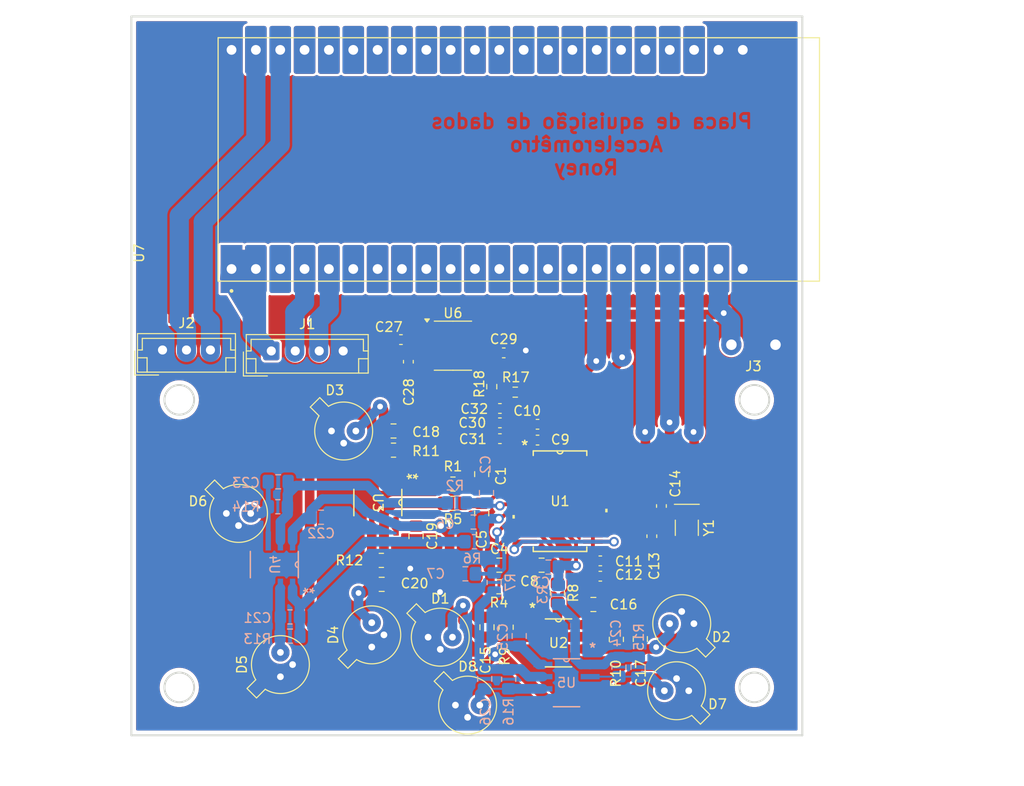
<source format=kicad_pcb>
(kicad_pcb (version 20240706) (generator "pcbnew") (generator_version "8.99")
  (layers (0 "F.Cu" signal) (31 "B.Cu" signal) (34 "B.Paste" user) (35 "F.Paste" user) (36 "B.SilkS" user "B.Silkscreen") (37 "F.SilkS" user "F.Silkscreen") (38 "B.Mask" user) (39 "F.Mask" user) (44 "Edge.Cuts" user))
  (net 0 "")
  (net 1 "Net-(U1-*RESET)")
  (net 2 "GND")
  (net 3 "+5V")
  (net 4 "Net-(U1-XTAL2)")
  (net 5 "Net-(U1-XTAL1{slash}CLKIN)")
  (net 6 "/transimpedance1/trans_out_a")
  (net 7 "Net-(U1-AIN0)")
  (net 10 "/microcontroler/int_bar")
  (net 12 "Net-(U1-AIN1)")
  (net 13 "/transimpedance1/trans_out_b")
  (net 15 "/transimpedance2/trans_out_a")
  (net 16 "Net-(U1-AIN2)")
  (net 17 "Net-(U6-V_{OUT})")
  (net 18 "/microcontroler/miso")
  (net 19 "/microcontroler/sclk")
  (net 20 "/microcontroler/mosi")
  (net 21 "/microcontroler/cs")
  (net 22 "Net-(U1-AIN3)")
  (net 23 "Net-(D1-K)")
  (net 24 "Net-(U1-AIN4)")
  (net 25 "Net-(D2-K)")
  (net 26 "/transimpedance/trans_out_a")
  (net 27 "/transimpedance/trans_out_b")
  (net 28 "Net-(U1-AIN5)")
  (net 29 "/transimpedance2/trans_out_b")
  (net 30 "/transimpedance3/trans_out_a")
  (net 31 "Net-(U1-AIN6)")
  (net 32 "Net-(U1-AIN7)")
  (net 33 "/transimpedance3/trans_out_b")
  (net 44 "/reference_voltage/vrefn")
  (net 52 "+3.3V")
  (net 66 "Net-(D3-K)")
  (net 67 "Net-(D4-K)")
  (net 68 "Net-(D5-K)")
  (net 69 "Net-(D6-K)")
  (net 70 "Net-(D7-K)")
  (net 71 "Net-(D8-K)")
  (net 72 "/microcontroler/tx1")
  (net 73 "/microcontroler/rx1")
  (net 74 "/reference_voltage/vrefp")
  (net 75 "Net-(J1-Pin_2)")
  (net 76 "Net-(J1-Pin_3)")
  (footprint "Capacitor_SMD:C_0805_2012Metric_Pad1.18x1.45mm_HandSolder" (layer "F.Cu") (at 90.4 100.4 90)
    (property "Reference" "C1")
    (property "Value" "C")
  )
  (footprint "Resistor_SMD:R_0805_2012Metric_Pad1.20x1.40mm_HandSolder" (layer "F.Cu") (at 87.4 103.45 180)
    (property "Reference" "R5")
    (property "Value" "R")
  )
  (footprint "Capacitor_SMD:C_0805_2012Metric_Pad1.18x1.45mm_HandSolder" (layer "F.Cu") (at 81.2 95.9 180)
    (property "Reference" "C18")
    (property "Value" "C")
  )
  (footprint "Capacitor_SMD:C_0603_1608Metric" (layer "F.Cu") (at 92.3 96.7 180)
    (property "Reference" "C31")
    (property "Value" "0.1uF")
  )
  (footprint "Capacitor_SMD:C_0603_1608Metric" (layer "F.Cu") (at 96.225 95.2 180)
    (property "Reference" "C10")
    (property "Value" "10uF")
  )
  (footprint "Resistor_SMD:R_0805_2012Metric_Pad1.20x1.40mm_HandSolder" (layer "F.Cu") (at 87.4 101.4375 180)
    (property "Reference" "R1")
    (property "Value" "R")
  )
  (footprint "Package_TO_SOT_THT:TO-18-3" (layer "F.Cu") (at 74.73 95.9)
    (property "Reference" "D3")
    (property "Value" "PD-A-25")
  )
  (footprint "local:opa2727_D8" (layer "F.Cu") (at 98.4138 118.0092)
    (property "Reference" "U2")
    (property "Value" "OPA2727AID")
  )
  (footprint "Capacitor_SMD:C_0603_1608Metric" (layer "F.Cu") (at 82.75 88.675 -90)
    (property "Reference" "C28")
    (property "Value" "0.1uF")
  )
  (footprint "Resistor_SMD:R_0805_2012Metric_Pad1.20x1.40mm_HandSolder" (layer "F.Cu") (at 104.45 117.6442 90)
    (property "Reference" "R10")
    (property "Value" "R")
  )
  (footprint "Package_SO:SOIC-8_3.9x4.9mm_P1.27mm" (layer "F.Cu") (at 87.4 87)
    (property "Reference" "U6")
    (property "Value" "ADR441xRZ")
  )
  (footprint "Connector_Wire:SolderWire-0.5sqmm_1x02_P4.6mm_D0.9mm_OD2.1mm" (layer "F.Cu") (at 121.05 86.9 180)
    (property "Reference" "J3")
    (property "Value" "Conn_01x02")
  )
  (footprint "Connector_JST:JST_EH_B4B-EH-A_1x04_P2.50mm_Vertical" (layer "F.Cu") (at 68.45 87.55)
    (property "Reference" "J1")
    (property "Value" "i2c")
  )
  (footprint "Capacitor_SMD:C_0603_1608Metric" (layer "F.Cu") (at 108.15 106.875 90)
    (property "Reference" "C13")
    (property "Value" "18pF")
  )
  (footprint "Capacitor_SMD:C_0603_1608Metric" (layer "F.Cu") (at 92.3 95.05 180)
    (property "Reference" "C30")
    (property "Value" "47uF")
  )
  (footprint "Capacitor_SMD:C_0603_1608Metric" (layer "F.Cu") (at 92.7 87.75)
    (property "Reference" "C29")
    (property "Value" "0.1uF")
  )
  (footprint "Package_TO_SOT_THT:TO-18-3" (layer "F.Cu") (at 112 123 180)
    (property "Reference" "D7")
    (property "Value" "PD-A-25")
  )
  (footprint "Connector_JST:JST_EH_B3B-EH-A_1x03_P2.50mm_Vertical" (layer "F.Cu") (at 57.1 87.45)
    (property "Reference" "J2")
    (property "Value" "uart")
  )
  (footprint "Package_TO_SOT_THT:TO-18-3" (layer "F.Cu") (at 69.4 121.54 90)
    (property "Reference" "D5")
    (property "Value" "PD-A-25")
  )
  (footprint "Crystal:Resonator_SMD_Murata_CDSCB-2Pin_4.5x2.0mm" (layer "F.Cu") (at 111.8 106 -90)
    (property "Reference" "Y1")
    (property "Value" "Crystal")
  )
  (footprint "local:XCVR_ESP32-S3-DEVKITC-1-N8R2" (layer "F.Cu") (at 94.27 67.57 90)
    (property "Reference" "U7")
    (property "Value" "ESP32-S3-DEVKITC-1-N8R2")
  )
  (footprint "Package_TO_SOT_THT:TO-18-3" (layer "F.Cu") (at 84.81 117.4117)
    (property "Reference" "D1")
    (property "Value" "PD-A-25")
  )
  (footprint "Capacitor_SMD:C_0603_1608Metric" (layer "F.Cu") (at 102.775 111.05)
    (property "Reference" "C12")
    (property "Value" "0.1uF")
  )
  (footprint "Package_TO_SOT_THT:TO-18-3" (layer "F.Cu") (at 63.76 104.5)
    (property "Reference" "D6")
    (property "Value" "PD-A-25")
  )
  (footprint "local:opa2727_D8" (layer "F.Cu") (at 79.565 103.3638 -90)
    (property "Reference" "U3")
    (property "Value" "OPA2727AID")
  )
  (footprint "Resistor_SMD:R_0603_1608Metric" (layer "F.Cu") (at 91.45 91.275 -90)
    (property "Reference" "R18")
    (property "Value" "49.9")
  )
  (footprint "Resistor_SMD:R_0603_1608Metric" (layer "F.Cu") (at 93.9 91.85 180)
    (property "Reference" "R17")
    (property "Value" "49.9")
  )
  (footprint "Package_TO_SOT_THT:TO-18-3" (layer "F.Cu") (at 87.66 124.5)
    (property "Reference" "D8")
    (property "Value" "PD-A-25")
  )
  (footprint "Resistor_SMD:R_0805_2012Metric_Pad1.20x1.40mm_HandSolder" (layer "F.Cu") (at 79.93 109.4)
    (property "Reference" "R12")
    (property "Value" "R")
  )
  (footprint "Capacitor_SMD:C_0805_2012Metric_Pad1.18x1.45mm_HandSolder" (layer "F.Cu") (at 92.2375 109.9)
    (property "Reference" "C4")
    (property "Value" "C")
  )
  (footprint "Capacitor_SMD:C_0603_1608Metric" (layer "F.Cu") (at 92.3 93.55 180)
    (property "Reference" "C32")
    (property "Value" "100pF")
  )
  (footprint "Capacitor_SMD:C_0805_2012Metric_Pad1.18x1.45mm_HandSolder" (layer "F.Cu") (at 102.05 114 180)
    (property "Reference" "C16")
    (property "Value" "1uF")
  )
  (footprint "Capacitor_SMD:C_0805_2012Metric_Pad1.18x1.45mm_HandSolder" (layer "F.Cu") (at 90.4 104.4875 -90)
    (property "Reference" "C5")
    (property "Value" "C")
  )
  (footprint "Resistor_SMD:R_0805_2012Metric_Pad1.20x1.40mm_HandSolder" (layer "F.Cu") (at 92.2 112.15)
    (property "Reference" "R4")
    (property "Value" "R")
  )
  (footprint "Resistor_SMD:R_0805_2012Metric_Pad1.20x1.40mm_HandSolder" (layer "F.Cu") (at 98.3 112.8 -90)
    (property "Reference" "R8")
    (property "Value" "R")
  )
  (footprint "local:ads_1256_DB28" (layer "F.Cu") (at 98.571 103.225)
    (property "Reference" "U1")
    (property "Value" "ADS1256IDBR")
  )
  (footprint "Resistor_SMD:R_0805_2012Metric_Pad1.20x1.40mm_HandSolder" (layer "F.Cu") (at 92.95 116.3742 90)
    (property "Reference" "R9")
    (property "Value" "R")
  )
  (footprint "Capacitor_SMD:C_0603_1608Metric" (layer "F.Cu") (at 102.775 109.45)
    (property "Reference" "C11")
    (property "Value" "10uF")
  )
  (footprint "Package_TO_SOT_THT:TO-18-3" (layer "F.Cu") (at 112.54 116 180)
    (property "Reference" "D2")
    (property "Value" "PD-A-25")
  )
  (footprint "Capacitor_SMD:C_0603_1608Metric" (layer "F.Cu") (at 81.975 86.365 180)
    (property "Reference" "C27")
    (property "Value" "47uF")
  )
  (footprint "Capacitor_SMD:C_0805_2012Metric_Pad1.18x1.45mm_HandSolder" (layer "F.Cu") (at 96.65 109.9 180)
    (property "Reference" "C8")
    (property "Value" "C")
  )
  (footprint "Capacitor_SMD:C_0805_2012Metric_Pad1.18x1.45mm_HandSolder" (layer "F.Cu") (at 79.9675 111.9 180)
    (property "Reference" "C20")
    (property "Value" "C")
  )
  (footprint "Capacitor_SMD:C_0805_2012Metric_Pad1.18x1.45mm_HandSolder" (layer "F.Cu") (at 83.55 106.8651 -90)
    (property "Reference" "C19")
    (property "Value" "1uF")
  )
  (footprint "Capacitor_SMD:C_0603_1608Metric" (layer "F.Cu") (at 109.15 103.725 -90)
    (property "Reference" "C14")
    (property "Value" "18pF")
  )
  (footprint "Capacitor_SMD:C_0603_1608Metric" (layer "F.Cu") (at 96.225 96.85 180)
    (property "Reference" "C9")
    (property "Value" "0.1uF")
  )
  (footprint "Capacitor_SMD:C_0805_2012Metric_Pad1.18x1.45mm_HandSolder" (layer "F.Cu") (at 90.95 116.3742 -90)
    (property "Reference" "C15")
    (property "Value" "C")
  )
  (footprint "Package_TO_SOT_THT:TO-18-3" (layer "F.Cu") (at 78.93 118.44 90)
    (property "Reference" "D4")
    (property "Value" "PD-A-25")
  )
  (footprint "Capacitor_SMD:C_0805_2012Metric_Pad1.18x1.45mm_HandSolder" (layer "F.Cu") (at 106.95 117.6067 -90)
    (property "Reference" "C17")
    (property "Value" "C")
  )
  (footprint "Resistor_SMD:R_0805_2012Metric_Pad1.20x1.40mm_HandSolder" (layer "F.Cu") (at 81.2 97.9)
    (property "Reference" "R11")
    (property "Value" "R")
  )
  (footprint "Capacitor_SMD:C_0805_2012Metric_Pad1.18x1.45mm_HandSolder" (layer "B.Cu") (at 94.3138 117.2925 90)
    (property "Reference" "C25")
    (property "Value" "1uF")
  )
  (footprint "Resistor_SMD:R_0805_2012Metric_Pad1.20x1.40mm_HandSolder" (layer "B.Cu") (at 93.2138 121.8 90)
    (property "Reference" "R16")
    (property "Value" "R")
  )
  (footprint "Capacitor_SMD:C_0805_2012Metric_Pad1.18x1.45mm_HandSolder" (layer "B.Cu") (at 73.6375 104.9)
    (property "Reference" "C22")
    (property "Value" "1uF")
  )
  (footprint "Capacitor_SMD:C_0805_2012Metric_Pad1.18x1.45mm_HandSolder" (layer "B.Cu") (at 90.7138 121.7625 -90)
    (property "Reference" "C26")
    (property "Value" "C")
  )
  (footprint "Capacitor_SMD:C_0805_2012Metric_Pad1.18x1.45mm_HandSolder" (layer "B.Cu") (at 70.4 117.3 180)
    (property "Reference" "C21")
    (property "Value" "C")
  )
  (footprint "Resistor_SMD:R_0805_2012Metric_Pad1.20x1.40mm_HandSolder" (layer "B.Cu") (at 89.65 107.45 180)
    (property "Reference" "R6")
    (property "Value" "R")
  )
  (footprint "Capacitor_SMD:C_0805_2012Metric_Pad1.18x1.45mm_HandSolder" (layer "B.Cu") (at 90.9 102.3625 90)
    (property "Reference" "C2")
    (property "Value" "C")
  )
  (footprint "Resistor_SMD:R_0805_2012Metric_Pad1.20x1.40mm_HandSolder" (layer "B.Cu") (at 70.4 115.3)
    (property "Reference" "R13")
    (property "Value" "R")
  )
  (footprint "Resistor_SMD:R_0805_2012Metric_Pad1.20x1.40mm_HandSolder" (layer "B.Cu") (at 91.7 111.7 -90)
    (property "Reference" "R7")
    (property "Value" "R")
  )
  (footprint "Capacitor_SMD:C_0805_2012Metric_Pad1.18x1.45mm_HandSolder" (layer "B.Cu") (at 69.1675 101.2 180)
    (property "Reference" "C23")
    (property "Value" "C")
  )
  (footprint "Resistor_SMD:R_0805_2012Metric_Pad1.20x1.40mm_HandSolder" (layer "B.Cu") (at 104.7138 120.53 90)
    (property "Reference" "R15")
    (property "Value" "R")
  )
  (footprint "Capacitor_SMD:C_0805_2012Metric_Pad1.18x1.45mm_HandSolder" (layer "B.Cu") (at 106.7138 120.53 -90)
    (property "Reference" "C24")
    (property "Value" "C")
  )
  (footprint "Capacitor_SMD:C_0805_2012Metric_Pad1.18x1.45mm_HandSolder" (layer "B.Cu") (at 97.3625 110.1 180)
    (property "Reference" "C3")
    (property "Value" "C")
  )
  (footprint "Resistor_SMD:R_0805_2012Metric_Pad1.20x1.40mm_HandSolder" (layer "B.Cu") (at 69.13 103.8)
    (property "Reference" "R14")
    (property "Value" "R")
  )
  (footprint "Resistor_SMD:R_0805_2012Metric_Pad1.20x1.40mm_HandSolder" (layer "B.Cu") (at 98.4 113 -90)
    (property "Reference" "R3")
    (property "Value" "R")
  )
  (footprint "local:opa2727_D8" (layer "B.Cu") (at 99.25 122.165 180)
    (property "Reference" "U5")
    (property "Value" "OPA2727AID")
  )
  (footprint "Capacitor_SMD:C_0805_2012Metric_Pad1.18x1.45mm_HandSolder" (layer "B.Cu") (at 89.55 105.4 180)
    (property "Reference" "C6")
    (property "Value" "C")
  )
  (footprint "local:opa2727_D8" (layer "B.Cu") (at 68.765 109.8362 90)
    (property "Reference" "U4")
    (property "Value" "OPA2727AID")
  )
  (footprint "Resistor_SMD:R_0805_2012Metric_Pad1.20x1.40mm_HandSolder" (layer "B.Cu") (at 87.8 103.4 180)
    (property "Reference" "R2")
    (property "Value" "R")
  )
  (footprint "Capacitor_SMD:C_0805_2012Metric_Pad1.18x1.45mm_HandSolder" (layer "B.Cu") (at 88.7 110.8 180)
    (property "Reference" "C7")
    (property "Value" "C")
  )
  (gr_circle (center 58.85 122.65) (end 60.4 122.65) (stroke (width 0.2)) (fill none) (layer "Edge.Cuts"))
  (gr_line (start 123.85 127.65) (end 123.85 52.65) (stroke (width 0.2)) (layer "Edge.Cuts"))
  (gr_line (start 53.85 127.65) (end 123.85 127.65) (stroke (width 0.2)) (layer "Edge.Cuts"))
  (gr_line (start 53.85 52.65) (end 53.85 127.65) (stroke (width 0.2)) (layer "Edge.Cuts"))
  (gr_circle (center 58.85 92.65) (end 60.4 92.65) (stroke (width 0.2)) (fill none) (layer "Edge.Cuts"))
  (gr_circle (center 118.85 122.65) (end 120.4 122.65) (stroke (width 0.2)) (fill none) (layer "Edge.Cuts"))
  (gr_line (start 123.85 52.65) (end 53.85 52.65) (stroke (width 0.2)) (layer "Edge.Cuts"))
  (gr_circle (center 118.85 92.65) (end 120.4 92.65) (stroke (width 0.2)) (fill none) (layer "Edge.Cuts"))
  (gr_text "5V" (at 111.35 88.1 0) (layer "F.Cu" knockout) (effects (font (size 1.5 1.5) (thickness 0.3) (bold yes)) (justify left bottom)))
  (gr_text "uart" (at 57 85 0) (layer "F.Cu" knockout) (effects (font (size 1.5 1.5) (thickness 0.3) (bold yes)) (justify left bottom)))
  (gr_text "gnd" (at 118.95 84.95 0) (layer "F.Cu" knockout) (effects (font (size 1.5 1.5) (thickness 0.3) (bold yes)) (justify left bottom)))
  (gr_text "i2c" (at 69.7 85.15 0) (layer "F.Cu" knockout) (effects (font (size 1.5 1.5) (thickness 0.3) (bold yes)) (justify left bottom)))
  (gr_text "Placa de aquisição de dados \nAcceleromêtro\nRoney" (at 101.3 69.3 0) (layer "B.Cu" knockout) (effects (font (size 1.5 1.5) (thickness 0.3) (bold yes)) (justify bottom mirror)))
  (segment (start 94.05 107.45) (end 93.8 107.7) (width 0.4) (layer "F.Cu") (net 1))
  (segment (start 95.142 107.45) (end 94.05 107.45) (width 0.4) (layer "F.Cu") (net 1))
  (segment (start 102 109.429) (end 102 109.55) (width 0.2) (layer "F.Cu") (net 1))
  (segment (start 101.975 107.558) (end 102 107.533) (width 0.2) (layer "F.Cu") (net 1))
  (segment (start 102 107.533) (end 102 107.45) (width 0.2) (layer "F.Cu") (net 1))
  (segment (start 93.8 107.7) (end 93.8 108.25) (width 0.4) (layer "F.Cu") (net 1))
  (segment (start 102 106.8) (end 102 107.45) (width 0.4) (layer "F.Cu") (net 1))
  (segment (start 102 109.429) (end 102 109.55) (width 0.4) (layer "F.Cu") (net 1))
  (segment (start 101.975 109.404) (end 102 109.429) (width 0.2) (layer "F.Cu") (net 1))
  (segment (start 102 107.533) (end 102 109.429) (width 0.4) (layer "F.Cu") (net 1))
  (segment (start 102 107.45) (end 102 107.533) (width 0.4) (layer "F.Cu") (net 1))
  (segment (start 102 109.55) (end 102 111.25) (width 0.4) (layer "F.Cu") (net 1))
  (segment (start 102 107.45) (end 104.2 107.45) (width 0.4) (layer "F.Cu") (net 1))
  (via (at 104.2 107.45) (size 1) (drill 0.6) (layers "F.Cu" "B.Cu") (net 1))
  (via (at 93.8 108.25) (size 1) (drill 0.6) (layers "F.Cu" "B.Cu") (net 1))
  (segment (start 104.35 107.45) (end 104.2 107.45) (width 0.4) (layer "B.Cu") (net 1))
  (segment (start 94.6 107.45) (end 93.8 108.25) (width 0.4) (layer "B.Cu") (net 1))
  (segment (start 104.2 107.45) (end 94.6 107.45) (width 0.4) (layer "B.Cu") (net 1))
  (segment (start 78.93 118.44) (end 79.0717 118.582) (width 1) (layer "F.Cu") (net 2))
  (via (at 82.95 110.25) (size 0.8) (drill 0.6) (layers "F.Cu" "B.Cu") (net 2))
  (via (at 95 87.5) (size 0.8) (drill 0.6) (layers "F.Cu" "B.Cu") (net 2))
  (via (at 86.05 112.7) (size 1.8) (drill 0.6) (layers "F.Cu" "B.Cu") (net 2))
  (segment (start 83.5504 105.828) (end 83.55 105.828) (width 0.3) (layer "F.Cu") (net 3))
  (segment (start 81.4702 105.828) (end 81.4704 105.828) (width 1) (layer "F.Cu") (net 3))
  (segment (start 103.088 114.0005) (end 103.088 114.0002) (width 1) (layer "F.Cu") (net 3))
  (segment (start 82.75 86.365) (end 82.75 83.1) (width 1) (layer "F.Cu") (net 3))
  (segment (start 100.877 116.104) (end 100.8775 116.104) (width 0.3) (layer "F.Cu") (net 3))
  (segment (start 100.8775 116.104) (end 100.878 116.104) (width 0.3) (layer "F.Cu") (net 3))
  (segment (start 103.088 114.456) (end 103.088 114.228) (width 0.2) (layer "F.Cu") (net 3))
  (segment (start 83.55 105.828) (end 83.5504 105.828) (width 1) (layer "F.Cu") (net 3))
  (segment (start 81.4704 105.828) (end 83.5496 105.828) (width 1) (layer "F.Cu") (net 3))
  (segment (start 97 98) (end 97 98.55) (width 0.4) (layer "F.Cu") (net 3))
  (segment (start 100.8775 116.104) (end 100.8776 116.1041) (width 0.3) (layer "F.Cu") (net 3))
  (segment (start 115.5 83.75) (end 115.7 83.75) (width 1) (layer "F.Cu") (net 3))
  (segment (start 96.55 99) (end 95.142 99) (width 0.4) (layer "F.Cu") (net 3))
  (segment (start 103.088 114.028) (end 103.088 114.014) (width 0.2) (layer "F.Cu") (net 3))
  (segment (start 81.47 105.8276) (end 81.47 105.828) (width 0.3) (layer "F.Cu") (net 3))
  (segment (start 103.088 114.002) (end 103.088 114.001) (width 0.2) (layer "F.Cu") (net 3))
  (segment (start 103.359 113.73) (end 103.088 114.001) (width 0.4) (layer "F.Cu") (net 3))
  (segment (start 103.088 114.228) (end 103.088 114.114) (width 0.2) (layer "F.Cu") (net 3))
  (segment (start 81.4701 105.828) (end 81.47 105.828) (width 0.3) (layer "F.Cu") (net 3))
  (segment (start 82.7 112.8) (end 87.05 108.45) (width 1) (layer "F.Cu") (net 3))
  (segment (start 87.05 106.7) (end 86.15 105.8) (width 1) (layer "F.Cu") (net 3))
  (segment (start 84.1003 119.982) (end 82.7 118.582) (width 1) (layer "F.Cu") (net 3))
  (segment (start 91.8 119.2) (end 92.5 119.2) (width 1) (layer "F.Cu") (net 3))
  (segment (start 77.75 91.55) (end 75.4 91.55) (width 1) (layer "F.Cu") (net 3))
  (segment (start 81.4701 105.828) (end 81.47 105.828) (width 0.3) (layer "F.Cu") (net 3))
  (segment (start 97 85) (end 98.25 83.75) (width 1) (layer "F.Cu") (net 3))
  (segment (start 76.75 120.2) (end 85.9 120.2) (width 1) (layer "F.Cu") (net 3))
  (segment (start 108.77 120.43) (end 110.15 119.05) (width 1) (layer "F.Cu") (net 3))
  (segment (start 103.088 114.0001) (end 103.088 114) (width 1) (layer "F.Cu") (net 3))
  (segment (start 110.15 119.05) (end 116 119.05) (width 1) (layer "F.Cu") (net 3))
  (segment (start 80.6 83) (end 78.85 84.75) (width 1) (layer "F.Cu") (net 3))
  (segment (start 98.25 83.75) (end 115.5 83.75) (width 1) (layer "F.Cu") (net 3))
  (segment (start 83.5496 105.828) (end 83.55 105.828) (width 0.2) (layer "F.Cu") (net 3))
  (segment (start 101.896 116.104) (end 103.088 114.912) (width 1) (layer "F.Cu") (net 3))
  (segment (start 103.088 114.007) (end 103.088 114.004) (width 0.2) (layer "F.Cu") (net 3))
  (segment (start 103.088 114.004) (end 103.088 114.002) (width 0.2) (layer "F.Cu") (net 3))
  (segment (start 99.1 125.8) (end 101.45 125.8) (width 1) (layer "F.Cu") (net 3))
  (segment (start 103.088 114.007) (end 103.088 114.004) (width 1) (layer "F.Cu") (net 3))
  (segment (start 106.82 120.43) (end 108.77 120.43) (width 1) (layer "F.Cu") (net 3))
  (segment (start 103.088 114.014) (end 103.088 114.007) (width 0.2) (layer "F.Cu") (net 3))
  (segment (start 90.8 120.2) (end 84.3183 120.2) (width 1) (layer "F.Cu") (net 3))
  (segment (start 84.925 86.365) (end 82.75 86.365) (width 1) (layer "F.Cu") (net 3))
  (segment (start 103.088 114.057) (end 103.088 114.028) (width 0.2) (layer "F.Cu") (net 3))
  (segment (start 82.7 118.582) (end 82.7 112.8) (width 1) (layer "F.Cu") (net 3))
  (segment (start 103.088 114.114) (end 103.088 114.057) (width 0.2) (layer "F.Cu") (net 3))
  (segment (start 81.4701 105.828) (end 81.4702 105.828) (width 1) (layer "F.Cu") (net 3))
  (segment (start 104.2375 112.85) (end 103.0875 114) (width 1) (layer "F.Cu") (net 3))
  (segment (start 81.4702 105.828) (end 81.4701 105.828) (width 0.2) (layer "F.Cu") (net 3))
  (segment (start 100.878 116.104) (end 101.896 116.104) (width 1) (layer "F.Cu") (net 3))
  (segment (start 103.088 114.004) (end 103.088 114.002) (width 1) (layer "F.Cu") (net 3))
  (segment (start 81.4701 105.828) (end 81.47 105.828) (width 0.2) (layer "F.Cu") (net 3))
  (segment (start 103.088 114.028) (end 103.088 114.014) (width 1) (layer "F.Cu") (net 3))
  (segment (start 97 98.55) (end 96.55 99) (width 0.4) (layer "F.Cu") (net 3))
  (segment (start 97 95.2) (end 97 96.85) (width 1) (layer "F.Cu") (net 3))
  (segment (start 96.4645 84.4645) (end 92.9289 83) (width 1) (layer "F.Cu") (net 3))
  (segment (start 103.088 114.001) (end 103.088 114.0005) (width 1) (layer "F.Cu") (net 3))
  (segment (start 100.8776 116.1041) (end 100.8776 116.1042) (width 0.3) (layer "F.Cu") (net 3))
  (segment (start 103.088 114.0002) (end 103.088 114.0001) (width 1) (layer "F.Cu") (net 3))
  (segment (start 103.088 114.0001) (end 103.088 114) (width 0.2) (layer "F.Cu") (net 3))
  (segment (start 81.47 105.828) (end 81.4701 105.828) (width 1) (layer "F.Cu") (net 3))
  (segment (start 103.088 114.912) (end 103.088 114.456) (width 1) (layer "F.Cu") (net 3))
  (segment (start 83.55 105.8276) (end 83.55 105.828) (width 0.3) (layer "F.Cu") (net 3))
  (segment (start 115.5 83.75) (end 115.65 83.6) (width 0.3) (layer "F.Cu") (net 3))
  (segment (start 103.088 114.456) (end 103.088 114.228) (width 1) (layer "F.Cu") (net 3))
  (segment (start 75.4 91.55) (end 72.45 94.5) (width 1) (layer "F.Cu") (net 3))
  (segment (start 103.088 114) (end 103.0875 114) (width 0.3) (layer "F.Cu") (net 3))
  (segment (start 97 96.85) (end 97 98) (width 1) (layer "F.Cu") (net 3))
  (segment (start 103.088 114.0002) (end 103.088 114.0001) (width 0.2) (layer "F.Cu") (net 3))
  (segment (start 82.75 87.9) (end 82.75 86.365) (width 1) (layer "F.Cu") (net 3))
  (segment (start 78.85 84.75) (end 78.85 90.45) (width 1) (layer "F.Cu") (net 3))
  (segment (start 83.5504 105.828) (end 86.122 105.828) (width 1) (layer "F.Cu") (net 3))
  (segment (start 103.088 114.0005) (end 103.088 114.0002) (width 0.2) (layer "F.Cu") (net 3))
  (segment (start 86.122 105.828) (end 86.15 105.8) (width 1) (layer "F.Cu") (net 3))
  (segment (start 101.45 125.8) (end 106.82 120.43) (width 1) (layer "F.Cu") (net 3))
  (segment (start 91.8 119.2) (end 90.8 120.2) (width 1) (layer "F.Cu") (net 3))
  (segment (start 92.5 119.2) (end 99.1 125.8) (width 1) (layer "F.Cu") (net 3))
  (segment (start 81.4704 105.828) (end 81.4702 105.828) (width 0.2) (layer "F.Cu") (net 3))
  (segment (start 116 119.05) (end 116 114.9) (width 1) (layer "F.Cu") (net 3))
  (segment (start 83.5496 105.828) (end 83.55 105.828) (width 1) (layer "F.Cu") (net 3))
  (segment (start 82.75 83.1) (end 82.85 83) (width 1) (layer "F.Cu") (net 3))
  (segment (start 97 95.2) (end 97 85) (width 1) (layer "F.Cu") (net 3))
  (segment (start 103.088 114.014) (end 103.088 114.007) (width 1) (layer "F.Cu") (net 3))
  (segment (start 103.088 114.114) (end 103.088 114.057) (width 1) (layer "F.Cu") (net 3))
  (segment (start 72.45 115.9) (end 76.75 120.2) (width 1) (layer "F.Cu") (net 3))
  (segment (start 82.85 83) (end 80.6 83) (width 1) (layer "F.Cu") (net 3))
  (segment (start 103.088 114.228) (end 103.088 114.114) (width 1) (layer "F.Cu") (net 3))
  (segment (start 72.45 94.5) (end 72.45 115.9) (width 1) (layer "F.Cu") (net 3))
  (segment (start 84.3183 120.2) (end 84.1003 119.982) (width 1) (layer "F.Cu") (net 3))
  (segment (start 116 114.9) (end 113.95 112.85) (width 1) (layer "F.Cu") (net 3))
  (segment (start 103.088 114.002) (end 103.088 114.001) (width 1) (layer "F.Cu") (net 3))
  (segment (start 87.05 108.45) (end 87.05 106.7) (width 1) (layer "F.Cu") (net 3))
  (segment (start 78.85 90.45) (end 77.75 91.55) (width 1) (layer "F.Cu") (net 3))
  (segment (start 103.088 114.057) (end 103.088 114.028) (width 1) (layer "F.Cu") (net 3))
  (segment (start 103.088 114.001) (end 103.088 114.0005) (width 0.2) (layer "F.Cu") (net 3))
  (segment (start 97 85) (end 96.4645 84.4645) (width 1) (layer "F.Cu") (net 3))
  (segment (start 92.9289 83) (end 82.85 83) (width 1) (layer "F.Cu") (net 3))
  (segment (start 113.95 112.85) (end 104.2375 112.85) (width 1) (layer "F.Cu") (net 3))
  (via (at 86.15 105.8) (size 1.5) (drill 0.6) (layers "F.Cu" "B.Cu") (net 3))
  (via (at 91.8 119.2) (size 1.5) (drill 0.6) (layers "F.Cu" "B.Cu") (net 3))
  (via (at 115.65 83.6) (size 1.5) (drill 0.6) (layers "F.Cu" "B.Cu") (net 3))
  (segment (start 115.65 83.6) (end 115.625 83.625) (width 0.3) (layer "B.Cu") (net 3))
  (segment (start 116.4 87) (end 116.4 84.4) (width 2) (layer "B.Cu") (net 3))
  (segment (start 86.122 105.828) (end 81.8989 105.828) (width 1) (layer "B.Cu") (net 3))
  (segment (start 72.6 104.175) (end 72.6 104.9) (width 1) (layer "B.Cu") (net 3))
  (segment (start 86.15 105.8) (end 86.122 105.828) (width 1) (layer "B.Cu") (net 3))
  (segment (start 81.8989 105.828) (end 78.3631 104.363) (width 1) (layer "B.Cu") (net 3))
  (segment (start 91.8 119.2) (end 92.67 118.33) (width 1) (layer "B.Cu") (net 3))
  (segment (start 77 103) (end 73.775 103) (width 1) (layer "B.Cu") (net 3))
  (segment (start 115 83) (end 115.1 82.9) (width 2) (layer "B.Cu") (net 3))
  (segment (start 116.4 84.4) (end 115.625 83.625) (width 2) (layer "B.Cu") (net 3))
  (segment (start 73.775 103) (end 72.6 104.175) (width 1) (layer "B.Cu") (net 3))
  (segment (start 115.1 82.9) (end 115.1 79) (width 2) (layer "B.Cu") (net 3))
  (segment (start 96.36 120.26) (end 96.7862 120.26) (width 1) (layer "B.Cu") (net 3))
  (segment (start 72.05 104.9) (end 70.67 106.28) (width 1) (layer "B.Cu") (net 3))
  (segment (start 115.625 83.625) (end 115 83) (width 2) (layer "B.Cu") (net 3))
  (segment (start 92.67 118.33) (end 94.3138 118.33) (width 1) (layer "B.Cu") (net 3))
  (segment (start 72.6 104.9) (end 72.05 104.9) (width 1) (layer "B.Cu") (net 3))
  (segment (start 70.67 106.28) (end 70.67 107.372) (width 1) (layer "B.Cu") (net 3))
  (segment (start 94.43 118.33) (end 96.36 120.26) (width 1) (layer "B.Cu") (net 3))
  (segment (start 78.3631 104.363) (end 77 103) (width 1) (layer "B.Cu") (net 3))
  (segment (start 94.3138 118.33) (end 94.43 118.33) (width 1) (layer "B.Cu") (net 3))
  (segment (start 70.67 107.3724) (end 70.67 107.372) (width 0.3) (layer "B.Cu") (net 3))
  (segment (start 104.9 106.05) (end 104.35 105.5) (width 0.4) (layer "F.Cu") (net 4))
  (segment (start 109.5 106.1) (end 110.9 107.5) (width 1) (layer "F.Cu") (net 4))
  (segment (start 110.9 107.5) (end 111.8 107.5) (width 1) (layer "F.Cu") (net 4))
  (segment (start 108.15 106.1) (end 109.5 106.1) (width 1) (layer "F.Cu") (net 4))
  (segment (start 104.35 105.5) (end 102 105.5) (width 0.4) (layer "F.Cu") (net 4))
  (segment (start 104.95 106.1) (end 108.15 106.1) (width 1) (layer "F.Cu") (net 4))
  (segment (start 104.9 106.05) (end 104.95 106.1) (width 1) (layer "F.Cu") (net 4))
  (segment (start 107.1 104.85) (end 102 104.85) (width 0.4) (layer "F.Cu") (net 5))
  (segment (start 107.45 104.5) (end 107.1 104.85) (width 0.4) (layer "F.Cu") (net 5))
  (segment (start 109.15 104.5) (end 107.45 104.5) (width 0.4) (layer "F.Cu") (net 5))
  (segment (start 109.15 104.5) (end 111.8 104.5) (width 1) (layer "F.Cu") (net 5))
  (segment (start 71.4 114) (end 70.67 113.27) (width 1) (layer "B.Cu") (net 6))
  (segment (start 71.4 114.3) (end 71.4 114) (width 1) (layer "B.Cu") (net 6))
  (segment (start 70.67 113.27) (end 70.67 112.3) (width 1) (layer "B.Cu") (net 6))
  (segment (start 78.25 107.45) (end 71.4 114.3) (width 1) (layer "B.Cu") (net 6))
  (segment (start 71.4375 115.338) (end 71.4 115.3) (width 1) (layer "B.Cu") (net 6))
  (segment (start 71.4 115.3) (end 71.4 114.3) (width 1) (layer "B.Cu") (net 6))
  (segment (start 71.4375 117.3) (end 71.4375 115.338) (width 1) (layer "B.Cu") (net 6))
  (segment (start 88.65 107.45) (end 78.25 107.45) (width 1) (layer "B.Cu") (net 6))
  (segment (start 88.4001 101.438) (end 88.4 101.438) (width 1) (layer "F.Cu") (net 7))
  (segment (start 90.4003 101.438) (end 90.4002 101.438) (width 0.2) (layer "F.Cu") (net 7))
  (segment (start 88.4001 101.438) (end 88.4 101.438) (width 0.2) (layer "F.Cu") (net 7))
  (segment (start 88.4 101.4379) (end 88.4 101.4375) (width 0.3) (layer "F.Cu") (net 7))
  (segment (start 88.4001 101.438) (end 88.4 101.438) (width 0.3) (layer "F.Cu") (net 7))
  (segment (start 90.4001 101.438) (end 90.4 101.438) (width 0.3) (layer "F.Cu") (net 7))
  (segment (start 93 102.25) (end 92.2 101.45) (width 0.4) (layer "F.Cu") (net 7))
  (segment (start 90.4 101.438) (end 88.4005 101.438) (width 1) (layer "F.Cu") (net 7))
  (segment (start 90.4002 101.438) (end 90.4001 101.438) (width 0.2) (layer "F.Cu") (net 7))
  (segment (start 90.4005 101.438) (end 90.4003 101.438) (width 0.2) (layer "F.Cu") (net 7))
  (segment (start 90.4 101.4379) (end 90.4 101.4375) (width 0.3) (layer "F.Cu") (net 7))
  (segment (start 90.4001 101.438) (end 90.4 101.438) (width 0.2) (layer "F.Cu") (net 7))
  (segment (start 90.4001 101.438) (end 90.4 101.438) (width 0.3) (layer "F.Cu") (net 7))
  (segment (start 88.4001 101.438) (end 88.4 101.438) (width 0.3) (layer "F.Cu") (net 7))
  (segment (start 90.4001 101.438) (end 90.4 101.4379) (width 0.3) (layer "F.Cu") (net 7))
  (segment (start 88.4005 101.438) (end 88.4002 101.438) (width 0.2) (layer "F.Cu") (net 7))
  (segment (start 91 101.45) (end 90.988 101.438) (width 0.2) (layer "F.Cu") (net 7))
  (segment (start 90.4001 101.438) (end 90.4 101.438) (width 0.3) (layer "F.Cu") (net 7))
  (segment (start 90.4001 101.438) (end 90.4 101.438) (width 0.3) (layer "F.Cu") (net 7))
  (segment (start 92.2 101.45) (end 91 101.45) (width 0.4) (layer "F.Cu") (net 7))
  (segment (start 90.4001 101.438) (end 90.4 101.438) (width 0.2) (layer "F.Cu") (net 7))
  (segment (start 88.4002 101.438) (end 88.4001 101.438) (width 1) (layer "F.Cu") (net 7))
  (segment (start 88.4005 101.438) (end 88.4002 101.438) (width 1) (layer "F.Cu") (net 7))
  (segment (start 90.988 101.438) (end 90.4005 101.438) (width 0.2) (layer "F.Cu") (net 7))
  (segment (start 90.4003 101.438) (end 90.4002 101.438) (width 0.2) (layer "F.Cu") (net 7))
  (segment (start 90.4002 101.438) (end 90.4001 101.438) (width 0.2) (layer "F.Cu") (net 7))
  (segment (start 88.4001 101.438) (end 88.4 101.438) (width 0.3) (layer "F.Cu") (net 7))
  (segment (start 88.4001 101.438) (end 88.4 101.438) (width 0.3) (layer "F.Cu") (net 7))
  (segment (start 88.4002 101.438) (end 88.4001 101.438) (width 0.2) (layer "F.Cu") (net 7))
  (segment (start 88.4001 101.438) (end 88.4 101.438) (width 0.2) (layer "F.Cu") (net 7))
  (segment (start 90.4005 101.438) (end 90.4003 101.438) (width 0.2) (layer "F.Cu") (net 7))
  (segment (start 95.142 102.25) (end 93 102.25) (width 0.4) (layer "F.Cu") (net 7))
  (segment (start 88.4001 101.438) (end 88.4 101.4379) (width 0.3) (layer "F.Cu") (net 7))
  (segment (start 112.56 96.0249) (end 112.56 97.44) (width 1) (layer "F.Cu") (net 10))
  (segment (start 106.45 103.55) (end 102 103.55) (width 0.4) (layer "F.Cu") (net 10))
  (segment (start 112.56 97.44) (end 106.45 103.55) (width 1) (layer "F.Cu") (net 10))
  (segment (start 112.535 96) (end 112.56 96.0249) (width 0.3) (layer "F.Cu") (net 10))
  (segment (start 112.5 96) (end 112.535 96) (width 0.3) (layer "F.Cu") (net 10))
  (via (at 112.5 96) (size 2) (drill 0.6) (layers "F.Cu" "B.Cu") (net 10))
  (segment (start 112.56 92.3124) (end 112.5 92.3724) (width 0.3) (layer "B.Cu") (net 10))
  (segment (start 112.56 92.3124) (end 112.56 79) (width 2) (layer "B.Cu") (net 10))
  (segment (start 112.5 92.3724) (end 112.5 96) (width 0.3) (layer "B.Cu") (net 10))
  (segment (start 112.56 96.0249) (end 112.56 92.3124) (width 2) (layer "B.Cu") (net 10))
  (segment (start 90.4 103.45) (end 88.4 103.45) (width 1) (layer "F.Cu") (net 12))
  (segment (start 90.4 103.45) (end 91 103.45) (width 0.2) (layer "F.Cu") (net 12))
  (segment (start 92.45 102.55) (end 91.9 102.55) (width 0.4) (layer "F.Cu") (net 12))
  (segment (start 95.142 102.9) (end 92.8 102.9) (width 0.4) (layer "F.Cu") (net 12))
  (segment (start 91.9 102.55) (end 91 103.45) (width 0.4) (layer "F.Cu") (net 12))
  (segment (start 92.8 102.9) (end 92.45 102.55) (width 0.4) (layer "F.Cu") (net 12))
  (segment (start 80.3 103.4) (end 78.5 101.6) (width 1) (layer "B.Cu") (net 13))
  (segment (start 69.4 107.372) (end 69.4 107.3724) (width 0.3) (layer "B.Cu") (net 13))
  (segment (start 69.4 105.382) (end 69.4 107.372) (width 1) (layer "B.Cu") (net 13))
  (segment (start 86.8 103.4) (end 80.3 103.4) (width 1) (layer "B.Cu") (net 13))
  (segment (start 71.05 101.6) (end 70.205 102.445) (width 1) (layer "B.Cu") (net 13))
  (segment (start 70.205 101.3) (end 70.205 102.445) (width 1) (layer "B.Cu") (net 13))
  (segment (start 70.205 102.445) (end 70.13 102.52) (width 1) (layer "B.Cu") (net 13))
  (segment (start 70.13 102.52) (end 70.13 103.8) (width 1) (layer "B.Cu") (net 13))
  (segment (start 78.5 101.6) (end 71.05 101.6) (width 1) (layer "B.Cu") (net 13))
  (segment (start 70.205 104.577) (end 69.4 105.382) (width 1) (layer "B.Cu") (net 13))
  (segment (start 70.205 102.445) (end 70.205 104.577) (width 1) (layer "B.Cu") (net 13))
  (segment (start 70.205 101.3) (end 70.205 101.2) (width 0.3) (layer "B.Cu") (net 13))
  (segment (start 100.15 119.65) (end 100.15 115.75) (width 1) (layer "B.Cu") (net 15))
  (segment (start 103.958 119.492) (end 103.19 120.26) (width 1) (layer "B.Cu") (net 15))
  (segment (start 103.19 120.26) (end 101.7138 120.26) (width 1) (layer "B.Cu") (net 15))
  (segment (start 104.7153 119.5287) (end 104.714 119.53) (width 0.3) (layer "B.Cu") (net 15))
  (segment (start 100.15 115.75) (end 98.4 114) (width 1) (layer "B.Cu") (net 15))
  (segment (start 106.7138 119.492) (end 106.713 119.492) (width 1) (layer "B.Cu") (net 15))
  (segment (start 106.7138 119.492) (end 106.714 119.492) (width 0.2) (layer "B.Cu") (net 15))
  (segment (start 104.7153 119.5287) (end 104.7151 119.5287) (width 0.3) (layer "B.Cu") (net 15))
  (segment (start 104.752 119.492) (end 104.742 119.502) (width 0.2) (layer "B.Cu") (net 15))
  (segment (start 104.718 119.525) (end 104.714 119.53) (width 0.3) (layer "B.Cu") (net 15))
  (segment (start 104.714 119.53) (end 104.7153 119.5287) (width 0.3) (layer "B.Cu") (net 15))
  (segment (start 104.718 119.525) (end 104.714 119.53) (width 0.3) (layer "B.Cu") (net 15))
  (segment (start 104.7153 119.5287) (end 104.7165 119.5275) (width 0.3) (layer "B.Cu") (net 15))
  (segment (start 101.7138 120.26) (end 100.76 120.26) (width 1) (layer "B.Cu") (net 15))
  (segment (start 106.713 119.492) (end 104.752 119.492) (width 1) (layer "B.Cu") (net 15))
  (segment (start 104.7151 119.5287) (end 104.7138 119.53) (width 0.3) (layer "B.Cu") (net 15))
  (segment (start 104.7165 119.5275) (end 104.719 119.525) (width 0.3) (layer "B.Cu") (net 15))
  (segment (start 106.714 119.492) (end 106.7138 119.492) (width 1) (layer "B.Cu") (net 15))
  (segment (start 104.719 119.525) (end 104.724 119.52) (width 0.3) (layer "B.Cu") (net 15))
  (segment (start 104.733 119.511) (end 104.724 119.52) (width 0.3) (layer "B.Cu") (net 15))
  (segment (start 100.76 120.26) (end 100.15 119.65) (width 1) (layer "B.Cu") (net 15))
  (segment (start 104.7165 119.5275) (end 104.7153 119.5287) (width 0.3) (layer "B.Cu") (net 15))
  (segment (start 104.724 119.52) (end 104.723 119.52) (width 0.3) (layer "B.Cu") (net 15))
  (segment (start 104.742 119.502) (end 104.733 119.511) (width 0.3) (layer "B.Cu") (net 15))
  (segment (start 104.752 119.492) (end 103.958 119.492) (width 1) (layer "B.Cu") (net 15))
  (segment (start 104.723 119.52) (end 104.718 119.525) (width 0.3) (layer "B.Cu") (net 15))
  (segment (start 106.713 119.492) (end 106.7138 119.492) (width 0.2) (layer "B.Cu") (net 15))
  (segment (start 104.742 119.502) (end 104.733 119.511) (width 0.2) (layer "B.Cu") (net 15))
  (segment (start 104.719 119.525) (end 104.7165 119.5275) (width 0.3) (layer "B.Cu") (net 15))
  (segment (start 106.7138 119.4925) (end 106.7138 119.492) (width 0.3) (layer "B.Cu") (net 15))
  (segment (start 92.45 103.55) (end 95.142 103.55) (width 0.4) (layer "F.Cu") (net 16))
  (segment (start 92.3 103.7) (end 92.45 103.55) (width 0.4) (layer "F.Cu") (net 16))
  (via (at 92.3 103.7) (size 1) (drill 0.6) (layers "F.Cu" "B.Cu") (net 16))
  (segment (start 92.3 103.7) (end 91.2 103.7) (width 0.4) (layer "B.Cu") (net 16))
  (segment (start 91.2 103.7) (end 90.9 103.4) (width 0.4) (layer "B.Cu") (net 16))
  (segment (start 88.8 103.4) (end 90.9 103.4) (width 1) (layer "B.Cu") (net 16))
  (segment (start 91.81 87.635) (end 91.925 87.75) (width 1) (layer "F.Cu") (net 17))
  (segment (start 89.875 87.635) (end 91.81 87.635) (width 1) (layer "F.Cu") (net 17))
  (segment (start 91.45 90.45) (end 91.925 89.975) (width 1) (layer "F.Cu") (net 17))
  (segment (start 91.925 89.975) (end 91.925 87.75) (width 1) (layer "F.Cu") (net 17))
  (segment (start 106 102) (end 105.1 102.9) (width 0.4) (layer "F.Cu") (net 18))
  (segment (start 106 102) (end 110 98) (width 1) (layer "F.Cu") (net 18))
  (segment (start 110 98) (end 110 95) (width 1) (layer "F.Cu") (net 18))
  (segment (start 105.1 102.9) (end 102 102.9) (width 0.4) (layer "F.Cu") (net 18))
  (via (at 110 95) (size 2) (drill 0.6) (layers "F.Cu" "B.Cu") (net 18))
  (segment (start 110 95) (end 110.02 94.98) (width 0.3) (layer "B.Cu") (net 18))
  (segment (start 110.02 94.98) (end 110.02 79) (width 2) (layer "B.Cu") (net 18))
  (segment (start 107.48 97.6715) (end 107.48 96) (width 1) (layer "F.Cu") (net 19))
  (segment (start 104.557 100.595) (end 107.48 97.6715) (width 1) (layer "F.Cu") (net 19))
  (segment (start 103.551 101.6) (end 102 101.6) (width 0.3) (layer "F.Cu") (net 19))
  (segment (start 104.164 100.986) (end 103.551 101.6) (width 0.4) (layer "F.Cu") (net 19))
  (segment (start 104.164 100.986) (end 104.166 100.986) (width 0.2) (layer "F.Cu") (net 19))
  (segment (start 104.778 100.373) (end 104.164 100.986) (width 0.4) (layer "F.Cu") (net 19))
  (segment (start 104.166 100.986) (end 104.557 100.595) (width 0.2) (layer "F.Cu") (net 19))
  (segment (start 107.45 96) (end 107.48 96) (width 0.3) (layer "F.Cu") (net 19))
  (via (at 107.45 96) (size 2) (drill 0.6) (layers "F.Cu" "B.Cu") (net 19))
  (segment (start 107.45 92.88) (end 107.45 96) (width 0.3) (layer "B.Cu") (net 19))
  (segment (start 107.48 92.85) (end 107.48 79) (width 2) (layer "B.Cu") (net 19))
  (segment (start 107.48 92.85) (end 107.45 92.88) (width 0.3) (layer "B.Cu") (net 19))
  (segment (start 107.48 96) (end 107.48 92.85) (width 2) (layer "B.Cu") (net 19))
  (segment (start 105.05 88.45) (end 105.05 88.2) (width 0.3) (layer "F.Cu") (net 20))
  (segment (start 100.501 102.25) (end 102 102.25) (width 0.3) (layer "F.Cu") (net 20))
  (segment (start 99.8 101.549) (end 100.501 102.25) (width 0.4) (layer "F.Cu") (net 20))
  (segment (start 104.94 88.56) (end 105.05 88.45) (width 0.3) (layer "F.Cu") (net 20))
  (segment (start 104.94 88.56) (end 99.8 93.7) (width 1) (layer "F.Cu") (net 20))
  (segment (start 99.8 93.7) (end 99.8 101.549) (width 1) (layer "F.Cu") (net 20))
  (segment (start 102 102.25) (end 103.4 102.25) (width 0.3) (layer "F.Cu") (net 20))
  (via (at 105.05 88.2) (size 2) (drill 0.6) (layers "F.Cu" "B.Cu") (net 20))
  (segment (start 104.94 88.06) (end 104.94 79) (width 2) (layer "B.Cu") (net 20))
  (segment (start 104.94 88.09) (end 104.94 88.06) (width 0.3) (layer "B.Cu") (net 20))
  (segment (start 105.05 88.2) (end 104.94 88.09) (width 0.3) (layer "B.Cu") (net 20))
  (segment (start 98.4 92.55) (end 98.4 103.4) (width 1) (layer "F.Cu") (net 21))
  (segment (start 99.2 104.2) (end 102 104.2) (width 0.4) (layer "F.Cu") (net 21))
  (segment (start 102.35 88.6) (end 98.4 92.55) (width 1) (layer "F.Cu") (net 21))
  (segment (start 102.4 88.55) (end 102.35 88.6) (width 1) (layer "F.Cu") (net 21))
  (segment (start 98.4 103.4) (end 99.2 104.2) (width 0.4) (layer "F.Cu") (net 21))
  (segment (start 102 104.2) (end 103.4 104.2) (width 0.4) (layer "F.Cu") (net 21))
  (via (at 102.35 88.6) (size 2) (drill 0.6) (layers "F.Cu" "B.Cu") (net 21))
  (segment (start 102.4 79) (end 102.4 88.1) (width 2) (layer "B.Cu") (net 21))
  (segment (start 102.35 88.6) (end 102.4 88.55) (width 0.3) (layer "B.Cu") (net 21))
  (segment (start 102.4 88.55) (end 102.4 88.1) (width 0.3) (layer "B.Cu") (net 21))
  (segment (start 92.2 105.05) (end 92.45 104.8) (width 0.4) (layer "F.Cu") (net 22))
  (segment (start 92.65 104.8) (end 93.25 104.2) (width 0.4) (layer "F.Cu") (net 22))
  (segment (start 93.25 104.2) (end 95.142 104.2) (width 0.4) (layer "F.Cu") (net 22))
  (segment (start 92.45 104.8) (end 92.65 104.8) (width 0.4) (layer "F.Cu") (net 22))
  (via (at 92.2 105.05) (size 1) (drill 0.6) (layers "F.Cu" "B.Cu") (net 22))
  (segment (start 92.2 105.05) (end 90.9375 105.05) (width 1) (layer "B.Cu") (net 22))
  (segment (start 90.65 107.45) (end 90.65 105.462) (width 1) (layer "B.Cu") (net 22))
  (segment (start 90.9375 105.05) (end 90.5875 105.4) (width 1) (layer "B.Cu") (net 22))
  (segment (start 90.65 105.462) (end 90.5875 105.4) (width 1) (layer "B.Cu") (net 22))
  (segment (start 87.3502 117.412) (end 87.3503 117.412) (width 1) (layer "F.Cu") (net 23))
  (segment (start 87.3501 117.412) (end 87.35 117.412) (width 0.3) (layer "F.Cu") (net 23))
  (segment (start 87.35 117.412) (end 87.3501 117.412) (width 1) (layer "F.Cu") (net 23))
  (segment (start 90.95 117.4117) (end 90.95 117.412) (width 0.3) (layer "F.Cu") (net 23))
  (segment (start 87.35 117.4119) (end 87.35 117.4117) (width 0.3) (layer "F.Cu") (net 23))
  (segment (start 88.45 115.7) (end 90.1617 117.4117) (width 1) (layer "F.Cu") (net 23))
  (segment (start 87.3501 117.412) (end 87.35 117.4119) (width 0.3) (layer "F.Cu") (net 23))
  (segment (start 92.95 117.374) (end 92.95 117.3742) (width 0.2) (layer "F.Cu") (net 23))
  (segment (start 88.45 114.1) (end 88.45 115.7) (width 1) (layer "F.Cu") (net 23))
  (segment (start 92.95 117.3742) (end 92.95 117.412) (width 0.2) (layer "F.Cu") (net 23))
  (segment (start 87.3501 117.412) (end 87.3502 117.412) (width 1) (layer "F.Cu") (net 23))
  (segment (start 87.3501 117.412) (end 87.35 117.412) (width 0.3) (layer "F.Cu") (net 23))
  (segment (start 95.9499 117.374) (end 95.95 117.374) (width 1) (layer "F.Cu") (net 23))
  (segment (start 90.95 117.412) (end 92.95 117.412) (width 1) (layer "F.Cu") (net 23))
  (segment (start 87.3501 117.412) (end 87.35 117.412) (width 0.2) (layer "F.Cu") (net 23))
  (segment (start 92.95 117.412) (end 95.9125 117.412) (width 1) (layer "F.Cu") (net 23))
  (segment (start 90.1617 117.4117) (end 90.95 117.4117) (width 1) (layer "F.Cu") (net 23))
  (segment (start 95.95 117.374) (end 95.9499 117.374) (width 0.2) (layer "F.Cu") (net 23))
  (segment (start 87.3501 117.412) (end 87.35 117.412) (width 0.3) (layer "F.Cu") (net 23))
  (segment (start 87.3503 117.412) (end 87.3502 117.412) (width 0.2) (layer "F.Cu") (net 23))
  (segment (start 95.95 117.374) (end 95.95 117.3742) (width 0.3) (layer "F.Cu") (net 23))
  (segment (start 95.9125 117.412) (end 95.9499 117.374) (width 1) (layer "F.Cu") (net 23))
  (segment (start 87.3502 117.412) (end 87.3501 117.412) (width 0.2) (layer "F.Cu") (net 23))
  (segment (start 87.3501 117.412) (end 87.35 117.412) (width 0.3) (layer "F.Cu") (net 23))
  (via (at 88.45 114.1) (size 1.5) (drill 0.6) (layers "F.Cu" "B.Cu") (net 23))
  (segment (start 87.35 115.2) (end 87.35 117.4117) (width 1) (layer "B.Cu") (net 23))
  (segment (start 88.45 114.1) (end 87.35 115.2) (width 1) (layer "B.Cu") (net 23))
  (segment (start 100.242998 107.592998) (end 97.5 104.85) (width 0.4) (layer "F.Cu") (net 24))
  (segment (start 100.242998 109.95) (end 100.242998 107.592998) (width 0.4) (layer "F.Cu") (net 24))
  (segment (start 97.5 104.85) (end 93.95 104.85) (width 0.4) (layer "F.Cu") (net 24))
  (via (at 100.242998 109.95) (size 1) (drill 0.6) (layers "F.Cu" "B.Cu") (net 24))
  (segment (start 100.242998 109.95) (end 98.4 109.95) (width 1) (layer "B.Cu") (net 24))
  (segment (start 98.4 109.95) (end 98.4 112) (width 1) (layer "B.Cu") (net 24))
  (segment (start 106.45 118.644) (end 106.95 118.644) (width 0.2) (layer "F.Cu") (net 25))
  (segment (start 106.95 118.644) (end 106.9502 118.644) (width 1) (layer "F.Cu") (net 25))
  (segment (start 106.9502 118.644) (end 108.356 118.644) (width 1) (layer "F.Cu") (net 25))
  (segment (start 104.4498 118.644) (end 106.45 118.644) (width 1) (layer "F.Cu") (net 25))
  (segment (start 104.4498 118.644) (end 104.45 118.6442) (width 0.3) (layer "F.Cu") (net 25))
  (segment (start 106.9502 118.644) (end 106.95 118.6442) (width 0.3) (layer "F.Cu") (net 25))
  (segment (start 100.878 118.644) (end 100.8778 118.644) (width 0.3) (layer "F.Cu") (net 25))
  (segment (start 100.8778 118.644) (end 100.8776 118.6442) (width 0.3) (layer "F.Cu") (net 25))
  (segment (start 100.878 118.644) (end 104.4498 118.644) (width 1) (layer "F.Cu") (net 25))
  (via (at 108.6 118.45) (size 1.5) (drill 0.6) (layers "F.Cu" "B.Cu") (net 25))
  (segment (start 110 117.05) (end 108.6 118.45) (width 1) (layer "B.Cu") (net 25))
  (segment (start 110 116) (end 110 117.05) (width 1) (layer "B.Cu") (net 25))
  (segment (start 86.3995 101.438) (end 86.3997 101.438) (width 0.3) (layer "F.Cu") (net 26))
  (segment (start 81.55 100.519) (end 81.47 100.599) (width 0.2) (layer "F.Cu") (net 26))
  (segment (start 86.4 101.4379) (end 86.4 101.4375) (width 0.3) (layer "F.Cu") (net 26))
  (segment (start 81.55 100.519) (end 81.55 101.438) (width 1) (layer "F.Cu") (net 26))
  (segment (start 82.2375 97.4062) (end 82.2375 98.9125) (width 1) (layer "F.Cu") (net 26))
  (segment (start 81.55 99.6) (end 81.55 100.519) (width 1) (layer "F.Cu") (net 26))
  (segment (start 85.7375 101.438) (end 86.3995 101.438) (width 0.2) (layer "F.Cu") (net 26))
  (segment (start 86.3997 101.438) (end 86.3998 101.438) (width 0.3) (layer "F.Cu") (net 26))
  (segment (start 82.2375 97.4062) (end 82.2 97.4437) (width 0.2) (layer "F.Cu") (net 26))
  (segment (start 86.3999 101.438) (end 86.4 101.4379) (width 0.3) (layer "F.Cu") (net 26))
  (segment (start 86.3997 101.438) (end 86.3998 101.438) (width 0.3) (layer "F.Cu") (net 26))
  (segment (start 86.3998 101.438) (end 86.3999 101.438) (width 0.3) (layer "F.Cu") (net 26))
  (segment (start 82.2375 95.9) (end 82.2375 97.4062) (width 1) (layer "F.Cu") (net 26))
  (segment (start 81.55 101.438) (end 85.7375 101.438) (width 1) (layer "F.Cu") (net 26))
  (segment (start 82.2375 98.9125) (end 81.55 99.6) (width 1) (layer "F.Cu") (net 26))
  (segment (start 81.47 100.599) (end 81.47 100.9) (width 0.2) (layer "F.Cu") (net 26))
  (segment (start 82.2 97.4437) (end 82.2 97.9) (width 0.2) (layer "F.Cu") (net 26))
  (segment (start 80.2 105.8276) (end 80.2 105.828) (width 1) (layer "F.Cu") (net 27))
  (segment (start 80.2 104.428) (end 80.2 105.8276) (width 1) (layer "F.Cu") (net 27))
  (segment (start 80.2 105.828) (end 80.2 106.85) (width 1) (layer "F.Cu") (net 27))
  (segment (start 81.1776 103.45) (end 80.2 104.428) (width 1) (layer "F.Cu") (net 27))
  (segment (start 80.2 105.828) (end 80.2 106.85) (width 1) (layer "F.Cu") (net 27))
  (segment (start 80.2 108.67) (end 80.93 109.4) (width 1) (layer "F.Cu") (net 27))
  (segment (start 81.005 111.9) (end 81.005 109.475) (width 1) (layer "F.Cu") (net 27))
  (segment (start 81.005 109.475) (end 80.93 109.4) (width 1) (layer "F.Cu") (net 27))
  (segment (start 86.4 103.45) (end 81.1776 103.45) (width 1) (layer "F.Cu") (net 27))
  (segment (start 80.2 106.85) (end 80.2 108.67) (width 1) (layer "F.Cu") (net 27))
  (segment (start 92 106.45) (end 92.072793 106.45) (width 0.4) (layer "F.Cu") (net 28))
  (segment (start 92.072793 106.45) (end 93.022793 105.5) (width 0.4) (layer "F.Cu") (net 28))
  (segment (start 93.022793 105.5) (end 95.142 105.5) (width 0.4) (layer "F.Cu") (net 28))
  (via (at 92 106.45) (size 1) (drill 0.6) (layers "F.Cu" "B.Cu") (net 28))
  (segment (start 92.75 108.472793) (end 92.75 110.25) (width 0.4) (layer "B.Cu") (net 28))
  (segment (start 92.75 110.25) (end 92.2 110.8) (width 0.4) (layer "B.Cu") (net 28))
  (segment (start 92 110.4) (end 91.7 110.7) (width 0.4) (layer "B.Cu") (net 28))
  (segment (start 89.8375 110.7) (end 89.7375 110.8) (width 0.4) (layer "B.Cu") (net 28))
  (segment (start 92.2 110.8) (end 89.7375 110.8) (width 0.4) (layer "B.Cu") (net 28))
  (segment (start 92 106.45) (end 92 107.722793) (width 0.4) (layer "B.Cu") (net 28))
  (segment (start 92 107.722793) (end 92.75 108.472793) (width 0.4) (layer "B.Cu") (net 28))
  (segment (start 91.6 110.8) (end 91.7 110.7) (width 0.4) (layer "B.Cu") (net 28))
  (segment (start 96.7862 121.53) (end 95.28 121.53) (width 1) (layer "B.Cu") (net 29))
  (segment (start 91.7 112.7) (end 90.15 114.25) (width 1) (layer "B.Cu") (net 29))
  (segment (start 93.1388 120.725) (end 90.7138 120.725) (width 1) (layer "B.Cu") (net 29))
  (segment (start 90.15 114.25) (end 90.15 120.161) (width 1) (layer "B.Cu") (net 29))
  (segment (start 93.1388 120.725) (end 93.2138 120.8) (width 0.2) (layer "B.Cu") (net 29))
  (segment (start 95.28 121.53) (end 94.475 120.725) (width 1) (layer "B.Cu") (net 29))
  (segment (start 90.15 120.161) (end 90.7138 120.725) (width 1) (layer "B.Cu") (net 29))
  (segment (start 94.475 120.725) (end 93.1388 120.725) (width 1) (layer "B.Cu") (net 29))
  (segment (start 93.2 114.824) (end 93.7125 115.337) (width 1) (layer "F.Cu") (net 30))
  (segment (start 92.9496 115.374) (end 92.9498 115.374) (width 0.3) (layer "F.Cu") (net 30))
  (segment (start 95.95 116.104) (end 95.9499 116.104) (width 1) (layer "F.Cu") (net 30))
  (segment (start 92.9314 115.356) (end 92.9496 115.374) (width 0.3) (layer "F.Cu") (net 30))
  (segment (start 95.95 116.104) (end 95.95 116.1042) (width 0.3) (layer "F.Cu") (net 30))
  (segment (start 90.95 115.337) (end 92.9128 115.337) (width 1) (layer "F.Cu") (net 30))
  (segment (start 92.9128 115.337) (end 92.9314 115.356) (width 0.2) (layer "F.Cu") (net 30))
  (segment (start 94.48 116.104) (end 93.7125 115.337) (width 1) (layer "F.Cu") (net 30))
  (segment (start 95.9498 116.104) (end 94.48 116.104) (width 1) (layer "F.Cu") (net 30))
  (segment (start 92.95 115.3742) (end 92.9498 115.374) (width 0.3) (layer "F.Cu") (net 30))
  (segment (start 92.9128 115.337) (end 93.7125 115.337) (width 1) (layer "F.Cu") (net 30))
  (segment (start 95.9498 116.104) (end 95.9499 116.104) (width 0.2) (layer "F.Cu") (net 30))
  (segment (start 90.95 115.3367) (end 90.95 115.337) (width 0.3) (layer "F.Cu") (net 30))
  (segment (start 93.2 112.15) (end 93.2 114.824) (width 1) (layer "F.Cu") (net 30))
  (segment (start 95.9499 116.104) (end 95.95 116.104) (width 0.2) (layer "F.Cu") (net 30))
  (segment (start 95.9499 116.104) (end 95.9498 116.104) (width 1) (layer "F.Cu") (net 30))
  (segment (start 93.45 106.15) (end 93.2 106.4) (width 0.4) (layer "F.Cu") (net 31))
  (segment (start 91.25 108.35) (end 91.4 108.2) (width 1) (layer "F.Cu") (net 31))
  (segment (start 91.2 110.175) (end 91.2 109.9) (width 0.2) (layer "F.Cu") (net 31))
  (segment (start 91.25 110.225) (end 91.2 110.175) (width 0.2) (layer "F.Cu") (net 31))
  (segment (start 95.142 106.15) (end 93.45 106.15) (width 0.4) (layer "F.Cu") (net 31))
  (segment (start 93.2 106.4) (end 93.2 106.822793) (width 0.4) (layer "F.Cu") (net 31))
  (segment (start 91.25 112.1) (end 91.25 110.225) (width 1) (layer "F.Cu") (net 31))
  (segment (start 93.2 106.822793) (end 91.822793 108.2) (width 0.4) (layer "F.Cu") (net 31))
  (segment (start 91.822793 108.2) (end 91.4 108.2) (width 0.4) (layer "F.Cu") (net 31))
  (segment (start 91.2 112.15) (end 91.25 112.1) (width 1) (layer "F.Cu") (net 31))
  (segment (start 91.25 110.225) (end 91.25 108.35) (width 1) (layer "F.Cu") (net 31))
  (segment (start 97.6875 109.9) (end 98.4 110.612) (width 1) (layer "F.Cu") (net 32))
  (segment (start 98.4 110.95) (end 98.3 111.05) (width 0.2) (layer "F.Cu") (net 32))
  (segment (start 98.4 110.612) (end 98.4 110.95) (width 1) (layer "F.Cu") (net 32))
  (segment (start 98.4 110.95) (end 98.4 112) (width 1) (layer "F.Cu") (net 32))
  (segment (start 97.6875 109.9) (end 98.2 109.9) (width 0.2) (layer "F.Cu") (net 32))
  (segment (start 97.6875 107.917) (end 97.6875 109.9) (width 0.4) (layer "F.Cu") (net 32))
  (segment (start 98.3 111.05) (end 98.3 111.8) (width 0.2) (layer "F.Cu") (net 32))
  (segment (start 96.5707 106.8) (end 97.6875 107.917) (width 0.4) (layer "F.Cu") (net 32))
  (segment (start 95.142 106.8) (end 96.5707 106.8) (width 0.4) (layer "F.Cu") (net 32))
  (segment (start 99.15 117.4) (end 99.7 117.4) (width 1) (layer "F.Cu") (net 33))
  (segment (start 103.255 116.569) (end 104.45 116.569) (width 1) (layer "F.Cu") (net 33))
  (segment (start 99.7258 117.374) (end 100.8778 117.374) (width 1) (layer "F.Cu") (net 33))
  (segment (start 104.45 116.644) (end 104.45 116.569) (width 0.2) (layer "F.Cu") (net 33))
  (segment (start 104.45 116.569) (end 106.45 116.569) (width 1) (layer "F.Cu") (net 33))
  (segment (start 106.95 116.569) (end 106.9498 116.569) (width 0.2) (layer "F.Cu") (net 33))
  (segment (start 99.7 117.4) (end 99.7258 117.374) (width 1) (layer "F.Cu") (net 33))
  (segment (start 100.8778 117.374) (end 102.45 117.374) (width 1) (layer "F.Cu") (net 33))
  (segment (start 106.9498 116.569) (end 106.45 116.569) (width 0.2) (layer "F.Cu") (net 33))
  (segment (start 106.9498 116.569) (end 106.95 116.5692) (width 0.3) (layer "F.Cu") (net 33))
  (segment (start 98.3 116.55) (end 99.15 117.4) (width 1) (layer "F.Cu") (net 33))
  (segment (start 102.45 117.374) (end 103.255 116.569) (width 1) (layer "F.Cu") (net 33))
  (segment (start 100.8778 117.374) (end 100.8776 117.3742) (width 0.3) (layer "F.Cu") (net 33))
  (segment (start 104.45 116.644) (end 104.45 116.6442) (width 0.3) (layer "F.Cu") (net 33))
  (segment (start 98.3 113.8) (end 98.3 116.55) (width 1) (layer "F.Cu") (net 33))
  (segment (start 93.05 95.55) (end 93.05 93.55) (width 1) (layer "F.Cu") (net 44))
  (segment (start 93.05 97.35) (end 93.05 95.55) (width 1) (layer "F.Cu") (net 44))
  (segment (start 93.05 91.95) (end 93.15 91.85) (width 1) (layer "F.Cu") (net 44))
  (segment (start 95.142 100.3) (end 93.9459 100.3) (width 0.4) (layer "F.Cu") (net 44))
  (segment (start 93.05 93.55) (end 93.05 91.95) (width 1) (layer "F.Cu") (net 44))
  (segment (start 93.05 99.4041) (end 93.05 97.35) (width 1) (layer "F.Cu") (net 44))
  (segment (start 93.9459 100.3) (end 93.05 99.4041) (width 0.4) (layer "F.Cu") (net 44))
  (segment (start 66.46 79) (end 66.46 85.66) (width 2) (layer "B.Cu") (net 52))
  (segment (start 66.46 85.66) (end 68.3 87.5) (width 2) (layer "B.Cu") (net 52))
  (segment (start 67.1253 86.0253) (end 68.4 87.3) (width 0.3) (layer "B.Cu") (net 52))
  (segment (start 79.81 93.36) (end 80.1625 93.7125) (width 1) (layer "F.Cu") (net 66))
  (segment (start 80.1625 97.8547) (end 80.1625 99.9713) (width 1) (layer "F.Cu") (net 66))
  (segment (start 80.1625 100.862) (end 80.2 100.9) (width 1) (layer "F.Cu") (net 66))
  (segment (start 80.1625 99.9713) (end 80.1625 100.862) (width 1) (layer "F.Cu") (net 66))
  (segment (start 80.2 100.009) (end 80.2 100.9) (width 0.2) (layer "F.Cu") (net 66))
  (segment (start 80.1625 99.9713) (end 80.2 100.009) (width 0.2) (layer "F.Cu") (net 66))
  (segment (start 80.1625 97.8547) (end 80.2 97.8922) (width 0.2) (layer "F.Cu") (net 66))
  (segment (start 80.1625 95.9) (end 80.1625 97.8547) (width 1) (layer "F.Cu") (net 66))
  (segment (start 80.1625 93.7125) (end 80.1625 95.9) (width 1) (layer "F.Cu") (net 66))
  (segment (start 80.2 97.8922) (end 80.2 97.9) (width 0.2) (layer "F.Cu") (net 66))
  (via (at 79.8 93.35) (size 1.5) (drill 0.6) (layers "F.Cu" "B.Cu") (net 66))
  (segment (start 77.27 95.9) (end 79.81 93.36) (width 1) (layer "B.Cu") (net 66))
  (segment (start 78.03 112.8) (end 78.93 111.9) (width 1) (layer "F.Cu") (net 67))
  (segment (start 78.93 105.828) (end 78.93 105.8276) (width 0.3) (layer "F.Cu") (net 67))
  (segment (start 78.93 111.9) (end 78.93 109.4) (width 1) (layer "F.Cu") (net 67))
  (segment (start 77.55 112.8) (end 78.03 112.8) (width 1) (layer "F.Cu") (net 67))
  (segment (start 78.93 105.828) (end 78.93 109.4) (width 1) (layer "F.Cu") (net 67))
  (via (at 77.55 112.8) (size 1.5) (drill 0.6) (layers "F.Cu" "B.Cu") (net 67))
  (segment (start 77.55 114.52) (end 78.93 115.9) (width 1) (layer "B.Cu") (net 67))
  (segment (start 77.55 112.8) (end 77.55 114.52) (width 1) (layer "B.Cu") (net 67))
  (segment (start 69.3625 115.345) (end 69.3625 112.338) (width 1) (layer "B.Cu") (net 68))
  (segment (start 69.3625 118.962) (end 69.4 119) (width 1) (layer "B.Cu") (net 68))
  (segment (start 69.3625 117.3) (end 69.3625 115.345) (width 1) (layer "B.Cu") (net 68))
  (segment (start 69.3625 117.3) (end 69.3625 118.962) (width 1) (layer "B.Cu") (net 68))
  (segment (start 69.3625 117.3) (end 69.3625 115.345) (width 1) (layer "B.Cu") (net 68))
  (segment (start 69.3625 115.345) (end 69.4 115.308) (width 0.2) (layer "B.Cu") (net 68))
  (segment (start 69.4 115.308) (end 69.4 115.3) (width 0.2) (layer "B.Cu") (net 68))
  (segment (start 69.3625 112.338) (end 69.4 112.3) (width 1) (layer "B.Cu") (net 68))
  (segment (start 69.3625 115.345) (end 69.3625 112.338) (width 1) (layer "B.Cu") (net 68))
  (segment (start 69.3625 112.338) (end 69.4 112.3) (width 1) (layer "B.Cu") (net 68))
  (segment (start 66.3 104.5) (end 67.43 104.5) (width 1) (layer "B.Cu") (net 69))
  (segment (start 67.43 104.5) (end 68.13 103.8) (width 1) (layer "B.Cu") (net 69))
  (segment (start 68.13 103.8) (end 68.13 101.2) (width 0.5) (layer "B.Cu") (net 69))
  (segment (start 68.13 107.372) (end 68.13 107.3724) (width 0.3) (layer "B.Cu") (net 69))
  (segment (start 68.13 107.372) (end 68.13 103.8) (width 0.5) (layer "B.Cu") (net 69))
  (segment (start 106.7137 121.5676) (end 106.714 121.568) (width 0.2) (layer "B.Cu") (net 70))
  (segment (start 101.714 121.53) (end 101.7138 121.53) (width 0.3) (layer "B.Cu") (net 70))
  (segment (start 106.713 121.567) (end 106.7133 121.5672) (width 0.2) (layer "B.Cu") (net 70))
  (segment (start 106.695 121.549) (end 106.709 121.563) (width 0.2) (layer "B.Cu") (net 70))
  (segment (start 108.028 121.568) (end 106.714 121.568) (width 1) (layer "B.Cu") (net 70))
  (segment (start 106.709 121.563) (end 106.712 121.566) (width 0.2) (layer "B.Cu") (net 70))
  (segment (start 101.714 121.53) (end 104.7138 121.53) (width 0.2) (layer "B.Cu") (net 70))
  (segment (start 106.7133 121.5672) (end 106.7135 121.5675) (width 0.2) (layer "B.Cu") (net 70))
  (segment (start 106.712 121.566) (end 106.713 121.567) (width 0.2) (layer "B.Cu") (net 70))
  (segment (start 109.46 123) (end 108.028 121.568) (width 1) (layer "B.Cu") (net 70))
  (segment (start 104.7138 121.53) (end 106.676 121.53) (width 0.2) (layer "B.Cu") (net 70))
  (segment (start 106.695 121.549) (end 106.709 121.563) (width 0.2) (layer "B.Cu") (net 70))
  (segment (start 106.7138 121.5675) (end 106.7137 121.5676) (width 0.3) (layer "B.Cu") (net 70))
  (segment (start 106.7135 121.5675) (end 106.7137 121.5676) (width 0.2) (layer "B.Cu") (net 70))
  (segment (start 106.713 121.567) (end 106.7133 121.5672) (width 0.2) (layer "B.Cu") (net 70))
  (segment (start 106.7135 121.5675) (end 106.7137 121.5676) (width 0.2) (layer "B.Cu") (net 70))
  (segment (start 106.712 121.566) (end 106.713 121.567) (width 0.2) (layer "B.Cu") (net 70))
  (segment (start 106.676 121.53) (end 106.695 121.549) (width 0.2) (layer "B.Cu") (net 70))
  (segment (start 106.7137 121.5676) (end 106.714 121.568) (width 0.2) (layer "B.Cu") (net 70))
  (segment (start 106.7133 121.5672) (end 106.7135 121.5675) (width 0.2) (layer "B.Cu") (net 70))
  (segment (start 106.709 121.563) (end 106.712 121.566) (width 0.2) (layer "B.Cu") (net 70))
  (segment (start 90.2 124.5) (end 90.2 123.314) (width 1) (layer "B.Cu") (net 71))
  (segment (start 96.7862 122.8) (end 93.2138 122.8) (width 1) (layer "B.Cu") (net 71))
  (segment (start 93.2138 122.8) (end 90.7138 122.8) (width 0.2) (layer "B.Cu") (net 71))
  (segment (start 90.2 123.314) (end 90.7138 122.8) (width 1) (layer "B.Cu") (net 71))
  (segment (start 96.7862 122.8) (end 93.2138 122.8) (width 1) (layer "B.Cu") (net 71))
  (segment (start 66.84 65.44873) (end 58.85 73.43873) (width 2) (layer "B.Cu") (net 72))
  (segment (start 58.85 84.425) (end 59.6 85.175) (width 2) (layer "B.Cu") (net 72))
  (segment (start 59.6 87.7) (end 59.9 87.7) (width 0.3) (layer "B.Cu") (net 72))
  (segment (start 59.6 85.175) (end 59.6 87.7) (width 2) (layer "B.Cu") (net 72))
  (segment (start 66.84 56.14) (end 66.84 65.44873) (width 2) (layer "B.Cu") (net 72))
  (segment (start 58.85 73.43873) (end 58.85 84.425) (width 2) (layer "B.Cu") (net 72))
  (segment (start 69.38 56.14) (end 69.38 66.02) (width 2) (layer "B.Cu") (net 73))
  (segment (start 61.35 83.81373) (end 62.1 84.56373) (width 2) (layer "B.Cu") (net 73))
  (segment (start 62.1 84.56373) (end 62.1 87.7) (width 2) (layer "B.Cu") (net 73))
  (segment (start 62.4 87.3) (end 62.4 87.7) (width 0.3) (layer "B.Cu") (net 73))
  (segment (start 61.35 74.05) (end 61.35 83.81373) (width 2) (layer "B.Cu") (net 73))
  (segment (start 69.38 66.02) (end 61.35 74.05) (width 2) (layer "B.Cu") (net 73))
  (segment (start 92.9 100.95) (end 95.142 100.95) (width 0.4) (layer "F.Cu") (net 74))
  (segment (start 91.45 91.9) (end 91.55 92) (width 1) (layer "F.Cu") (net 74))
  (segment (start 91.45 93.3673) (end 91.45 91.9) (width 1) (layer "F.Cu") (net 74))
  (segment (start 91.5 93.4173) (end 91.5 93.55) (width 0.3) (layer "F.Cu") (net 74))
  (segment (start 92.1 100.15) (end 92.9 100.95) (width 0.4) (layer "F.Cu") (net 74))
  (segment (start 91.55 92) (end 91.55 93.6) (width 1) (layer "F.Cu") (net 74))
  (segment (start 91.85 98.15) (end 92.1 98.4) (width 0.4) (layer "F.Cu") (net 74))
  (segment (start 91.45 96.2923) (end 91.45 94.8347) (width 1) (layer "F.Cu") (net 74))
  (segment (start 91.5 94.8847) (end 91.5 95.55) (width 0.3) (layer "F.Cu") (net 74))
  (segment (start 91.45 96.2923) (end 91.5 96.3423) (width 0.3) (layer "F.Cu") (net 74))
  (segment (start 91.85 98.15) (end 91.45 97.75) (width 1) (layer "F.Cu") (net 74))
  (segment (start 91.45 94.8347) (end 91.45 93.3673) (width 1) (layer "F.Cu") (net 74))
  (segment (start 91.5 96.3423) (end 91.5 97.35) (width 0.3) (layer "F.Cu") (net 74))
  (segment (start 91.45 97.75) (end 91.45 96.2923) (width 1) (layer "F.Cu") (net 74))
  (segment (start 91.45 94.8347) (end 91.5 94.8847) (width 0.3) (layer "F.Cu") (net 74))
  (segment (start 92.1 98.4) (end 92.1 100.15) (width 0.4) (layer "F.Cu") (net 74))
  (segment (start 91.45 93.3673) (end 91.5 93.4173) (width 0.3) (layer "F.Cu") (net 74))
  (segment (start 71.92 79) (end 71.92 82.48) (width 2) (layer "B.Cu") (net 75))
  (segment (start 70.9 83.5) (end 70.9 87.7) (width 2) (layer "B.Cu") (net 75))
  (segment (start 71.92 82.48) (end 70.9 83.5) (width 2) (layer "B.Cu") (net 75))
  (segment (start 73.4 84.35) (end 74.5 83.25) (width 2) (layer "B.Cu") (net 76))
  (segment (start 73.4 87.7) (end 73.4 84.35) (width 2) (layer "B.Cu") (net 76))
  (segment (start 74.5 79.04) (end 74.46 79) (width 2) (layer "B.Cu") (net 76))
  (segment (start 74.5 83.25) (end 74.5 79.04) (width 2) (layer "B.Cu") (net 76))
  (zone (net 52) (net_name "+3.3V") (layers "F&B.Cu") (priority 2) (connect_pads yes (clearance 0.25)) (min_thickness 0.25) (fill yes (thermal_gap 0.5) (thermal_bridge_width 0.5) (smoothing chamfer))
    (polygon (pts (xy 67.9 88.1) (xy 63.106638 80.1) (xy 63.3 77) (xy 67.9 77)))
  )
  (zone (net 2) (net_name "GND") (layers "F&B.Cu") (connect_pads yes (clearance 0.25)) (min_thickness 0.25) (fill yes (thermal_gap 0.5) (thermal_bridge_width 0.5) (smoothing chamfer))
    (polygon (pts (xy 146.988475 50.935183) (xy 40.144901 52.091609) (xy 41.79971 131.746418) (xy 146.988475 132.935183)))
  )
)
</source>
